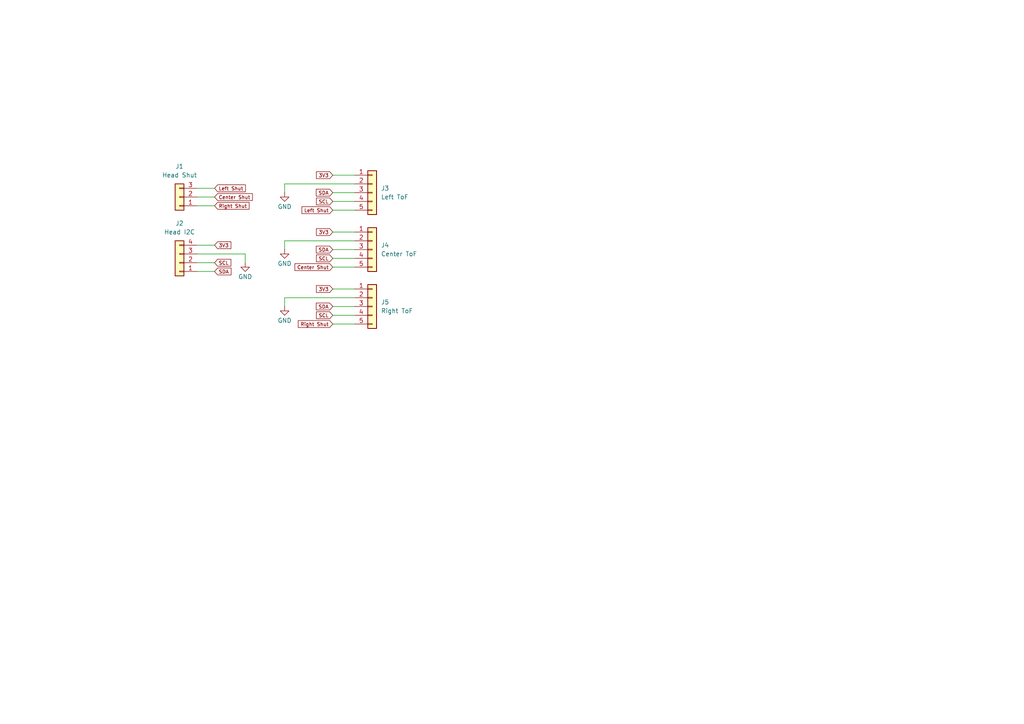
<source format=kicad_sch>
(kicad_sch (version 20231120) (generator "eeschema") (generator_version "8.0")
  (paper "A4")
  (lib_symbols
    (symbol "Connector_Generic:Conn_01x03" (pin_names (offset 1.016) hide)
      (property "Reference" "J" (at 0 5.08 0))
      (property "Value" "Conn_01x03" (at 0 -5.08 0))
      (symbol "Conn_01x03_1_1"
        (rectangle (start -1.27 -2.413) (end 0 -2.667) (stroke (width 0.1524)))
        (rectangle (start -1.27 0.127) (end 0 -0.127) (stroke (width 0.1524)))
        (rectangle (start -1.27 2.667) (end 0 2.413) (stroke (width 0.1524)))
        (rectangle (start -1.27 3.81) (end 1.27 -3.81) (stroke (width 0.254)) (fill (type background)))
        (pin passive line (at -5.08 2.54 0) (length 3.81) (name "Pin_1") (number "1"))
        (pin passive line (at -5.08 0 0) (length 3.81) (name "Pin_2") (number "2"))
        (pin passive line (at -5.08 -2.54 0) (length 3.81) (name "Pin_3") (number "3"))
      )
    )
    (symbol "Connector_Generic:Conn_01x04" (pin_names (offset 1.016) hide)
      (property "Reference" "J" (at 0 5.08 0))
      (property "Value" "Conn_01x04" (at 0 -7.62 0))
      (symbol "Conn_01x04_1_1"
        (rectangle (start -1.27 -4.953) (end 0 -5.207) (stroke (width 0.1524)))
        (rectangle (start -1.27 -2.413) (end 0 -2.667) (stroke (width 0.1524)))
        (rectangle (start -1.27 0.127) (end 0 -0.127) (stroke (width 0.1524)))
        (rectangle (start -1.27 2.667) (end 0 2.413) (stroke (width 0.1524)))
        (rectangle (start -1.27 3.81) (end 1.27 -6.35) (stroke (width 0.254)) (fill (type background)))
        (pin passive line (at -5.08 2.54 0) (length 3.81) (name "Pin_1") (number "1"))
        (pin passive line (at -5.08 0 0) (length 3.81) (name "Pin_2") (number "2"))
        (pin passive line (at -5.08 -2.54 0) (length 3.81) (name "Pin_3") (number "3"))
        (pin passive line (at -5.08 -5.08 0) (length 3.81) (name "Pin_4") (number "4"))
      )
    )
    (symbol "Connector_Generic:Conn_01x05" (pin_names (offset 1.016) hide)
      (property "Reference" "J" (at 0 7.62 0))
      (property "Value" "Conn_01x05" (at 0 -7.62 0))
      (symbol "Conn_01x05_1_1"
        (rectangle (start -1.27 -4.953) (end 0 -5.207) (stroke (width 0.1524)))
        (rectangle (start -1.27 -2.413) (end 0 -2.667) (stroke (width 0.1524)))
        (rectangle (start -1.27 0.127) (end 0 -0.127) (stroke (width 0.1524)))
        (rectangle (start -1.27 2.667) (end 0 2.413) (stroke (width 0.1524)))
        (rectangle (start -1.27 5.207) (end 0 4.953) (stroke (width 0.1524)))
        (rectangle (start -1.27 6.35) (end 1.27 -6.35) (stroke (width 0.254)) (fill (type background)))
        (pin passive line (at -5.08 5.08 0) (length 3.81) (name "Pin_1") (number "1"))
        (pin passive line (at -5.08 2.54 0) (length 3.81) (name "Pin_2") (number "2"))
        (pin passive line (at -5.08 0 0) (length 3.81) (name "Pin_3") (number "3"))
        (pin passive line (at -5.08 -2.54 0) (length 3.81) (name "Pin_4") (number "4"))
        (pin passive line (at -5.08 -5.08 0) (length 3.81) (name "Pin_5") (number "5"))
      )
    )
    (symbol "power:GND" (power) (pin_numbers hide) (pin_names (offset 0) hide)
      (property "Value" "GND" (at 0 -3.81 0))
      (symbol "GND_0_1"
        (polyline (pts (xy 0 0) (xy 0 -1.27) (xy 1.27 -1.27) (xy 0 -2.54) (xy -1.27 -1.27) (xy 0 -1.27)))
      )
      (symbol "GND_1_1"
        (pin power_in line (at 0 0 270) (length 0) (name "~") (number "1"))
      )
    )
  )
  (wire (pts (xy 96.52 77.47) (xy 102.87 77.47)))
  (wire (pts (xy 96.52 88.9) (xy 102.87 88.9)))
  (wire (pts (xy 96.52 91.44) (xy 102.87 91.44)))
  (wire (pts (xy 57.15 59.69) (xy 62.23 59.69)))
  (wire (pts (xy 96.52 55.88) (xy 102.87 55.88)))
  (wire (pts (xy 96.52 67.31) (xy 102.87 67.31)))
  (wire (pts (xy 71.12 73.66) (xy 71.12 76.2)))
  (wire (pts (xy 102.87 69.85) (xy 82.55 69.85)))
  (wire (pts (xy 82.55 86.36) (xy 82.55 88.9)))
  (wire (pts (xy 57.15 57.15) (xy 62.23 57.15)))
  (wire (pts (xy 57.15 73.66) (xy 71.12 73.66)))
  (wire (pts (xy 96.52 74.93) (xy 102.87 74.93)))
  (wire (pts (xy 96.52 60.96) (xy 102.87 60.96)))
  (wire (pts (xy 57.15 78.74) (xy 62.23 78.74)))
  (wire (pts (xy 96.52 58.42) (xy 102.87 58.42)))
  (wire (pts (xy 102.87 53.34) (xy 82.55 53.34)))
  (wire (pts (xy 96.52 72.39) (xy 102.87 72.39)))
  (wire (pts (xy 102.87 86.36) (xy 82.55 86.36)))
  (wire (pts (xy 82.55 53.34) (xy 82.55 55.88)))
  (wire (pts (xy 82.55 69.85) (xy 82.55 72.39)))
  (wire (pts (xy 57.15 71.12) (xy 62.23 71.12)))
  (wire (pts (xy 96.52 50.8) (xy 102.87 50.8)))
  (wire (pts (xy 96.52 83.82) (xy 102.87 83.82)))
  (wire (pts (xy 57.15 76.2) (xy 62.23 76.2)))
  (wire (pts (xy 57.15 54.61) (xy 62.23 54.61)))
  (wire (pts (xy 96.52 93.98) (xy 102.87 93.98)))
  (global_label "SCL" (shape input) (at 96.52 91.44 180) (effects (font (size 1.016 1.016))) (property "Intersheetrefs" "${INTERSHEET_REFS}" (effects (hide yes))))
  (global_label "Right Shut" (shape input) (at 62.23 59.69 0) (effects (font (size 1.016 1.016))) (property "Intersheetrefs" "${INTERSHEET_REFS}" (effects (hide yes))))
  (global_label "3V3" (shape input) (at 62.23 71.12 0) (effects (font (size 1.016 1.016))) (property "Intersheetrefs" "${INTERSHEET_REFS}" (effects (hide yes))))
  (global_label "Right Shut" (shape input) (at 96.52 93.98 180) (effects (font (size 1.016 1.016))) (property "Intersheetrefs" "${INTERSHEET_REFS}" (effects (hide yes))))
  (global_label "SDA" (shape input) (at 96.52 88.9 180) (effects (font (size 1.016 1.016))) (property "Intersheetrefs" "${INTERSHEET_REFS}" (effects (hide yes))))
  (global_label "Left Shut" (shape input) (at 96.52 60.96 180) (effects (font (size 1.016 1.016))) (property "Intersheetrefs" "${INTERSHEET_REFS}" (effects (hide yes))))
  (global_label "Left Shut" (shape input) (at 62.23 54.61 0) (effects (font (size 1.016 1.016))) (property "Intersheetrefs" "${INTERSHEET_REFS}" (effects (hide yes))))
  (global_label "SCL" (shape input) (at 62.23 76.2 0) (effects (font (size 1.016 1.016))) (property "Intersheetrefs" "${INTERSHEET_REFS}" (effects (hide yes))))
  (global_label "3V3" (shape input) (at 96.52 67.31 180) (effects (font (size 1.016 1.016))) (property "Intersheetrefs" "${INTERSHEET_REFS}" (effects (hide yes))))
  (global_label "SCL" (shape input) (at 96.52 74.93 180) (effects (font (size 1.016 1.016))) (property "Intersheetrefs" "${INTERSHEET_REFS}" (effects (hide yes))))
  (global_label "SDA" (shape input) (at 62.23 78.74 0) (effects (font (size 1.016 1.016))) (property "Intersheetrefs" "${INTERSHEET_REFS}" (effects (hide yes))))
  (global_label "3V3" (shape input) (at 96.52 83.82 180) (effects (font (size 1.016 1.016))) (property "Intersheetrefs" "${INTERSHEET_REFS}" (effects (hide yes))))
  (global_label "Center Shut" (shape input) (at 62.23 57.15 0) (effects (font (size 1.016 1.016))) (property "Intersheetrefs" "${INTERSHEET_REFS}" (effects (hide yes))))
  (global_label "SDA" (shape input) (at 96.52 55.88 180) (effects (font (size 1.016 1.016))) (property "Intersheetrefs" "${INTERSHEET_REFS}" (effects (hide yes))))
  (global_label "Center Shut" (shape input) (at 96.52 77.47 180) (effects (font (size 1.016 1.016))) (property "Intersheetrefs" "${INTERSHEET_REFS}" (effects (hide yes))))
  (global_label "SDA" (shape input) (at 96.52 72.39 180) (effects (font (size 1.016 1.016))) (property "Intersheetrefs" "${INTERSHEET_REFS}" (effects (hide yes))))
  (global_label "SCL" (shape input) (at 96.52 58.42 180) (effects (font (size 1.016 1.016))) (property "Intersheetrefs" "${INTERSHEET_REFS}" (effects (hide yes))))
  (global_label "3V3" (shape input) (at 96.52 50.8 180) (effects (font (size 1.016 1.016))) (property "Intersheetrefs" "${INTERSHEET_REFS}" (effects (hide yes))))
  (symbol (lib_id "Connector_Generic:Conn_01x05") (at 107.95 55.88 0) (unit 1)
    (property "Reference" "J3" (at 110.49 54.6099 0) (effects (justify left)))
    (property "Value" "Left ToF" (at 110.49 57.1499 0) (effects (justify left)))
    (property "Footprint" "Connector_Hirose:Hirose_DF13-05P-1.25DSA_1x05_P1.25mm_Vertical" (effects (hide yes)))
    (property "Description" "Generic connector, single row, 01x05, script generated (kicad-library-utils/schlib/autogen/connector/)" (effects (hide yes)))
  )
  (symbol (lib_id "Connector_Generic:Conn_01x05") (at 107.95 72.39 0) (unit 1)
    (property "Reference" "J4" (at 110.49 71.1199 0) (effects (justify left)))
    (property "Value" "Center ToF" (at 110.49 73.6599 0) (effects (justify left)))
    (property "Footprint" "Connector_Hirose:Hirose_DF13-05P-1.25DSA_1x05_P1.25mm_Vertical" (effects (hide yes)))
    (property "Description" "Generic connector, single row, 01x05, script generated (kicad-library-utils/schlib/autogen/connector/)" (effects (hide yes)))
  )
  (symbol (lib_id "power:GND") (at 82.55 72.39 0) (unit 1)
    (property "Reference" "#PWR03" (effects (hide yes)))
    (property "Value" "GND" (at 82.55 76.454 0))
    (property "Description" "Power symbol creates a global label with name \"GND\" , ground" (effects (hide yes)))
  )
  (symbol (lib_id "power:GND") (at 82.55 88.9 0) (unit 1)
    (property "Reference" "#PWR04" (effects (hide yes)))
    (property "Value" "GND" (at 82.55 92.964 0))
    (property "Description" "Power symbol creates a global label with name \"GND\" , ground" (effects (hide yes)))
  )
  (symbol (lib_id "Connector_Generic:Conn_01x05") (at 107.95 88.9 0) (unit 1)
    (property "Reference" "J5" (at 110.49 87.6299 0) (effects (justify left)))
    (property "Value" "Right ToF" (at 110.49 90.1699 0) (effects (justify left)))
    (property "Footprint" "Connector_Hirose:Hirose_DF13-05P-1.25DSA_1x05_P1.25mm_Vertical" (effects (hide yes)))
    (property "Description" "Generic connector, single row, 01x05, script generated (kicad-library-utils/schlib/autogen/connector/)" (effects (hide yes)))
  )
  (symbol (lib_id "power:GND") (at 71.12 76.2 0) (unit 1)
    (property "Reference" "#PWR01" (effects (hide yes)))
    (property "Value" "GND" (at 71.12 80.264 0))
    (property "Description" "Power symbol creates a global label with name \"GND\" , ground" (effects (hide yes)))
  )
  (symbol (lib_id "Connector_Generic:Conn_01x04") (at 52.07 76.2 180) (unit 1)
    (property "Reference" "J2" (at 52.07 64.77 0))
    (property "Value" "Head I2C" (at 52.07 67.31 0))
    (property "Footprint" "Connector_Hirose:Hirose_DF13-04P-1.25DSA_1x04_P1.25mm_Vertical" (effects (hide yes)))
    (property "Description" "Generic connector, single row, 01x04, script generated (kicad-library-utils/schlib/autogen/connector/)" (effects (hide yes)))
  )
  (symbol (lib_id "power:GND") (at 82.55 55.88 0) (unit 1)
    (property "Reference" "#PWR02" (effects (hide yes)))
    (property "Value" "GND" (at 82.55 59.944 0))
    (property "Description" "Power symbol creates a global label with name \"GND\" , ground" (effects (hide yes)))
  )
  (symbol (lib_id "Connector_Generic:Conn_01x03") (at 52.07 57.15 180) (unit 1)
    (property "Reference" "J1" (at 52.07 48.26 0))
    (property "Value" "Head Shut" (at 52.07 50.8 0))
    (property "Footprint" "Connector_Hirose:Hirose_DF13-03P-1.25DSA_1x03_P1.25mm_Vertical" (effects (hide yes)))
    (property "Description" "Generic connector, single row, 01x03, script generated (kicad-library-utils/schlib/autogen/connector/)" (effects (hide yes)))
  )
)
</source>
